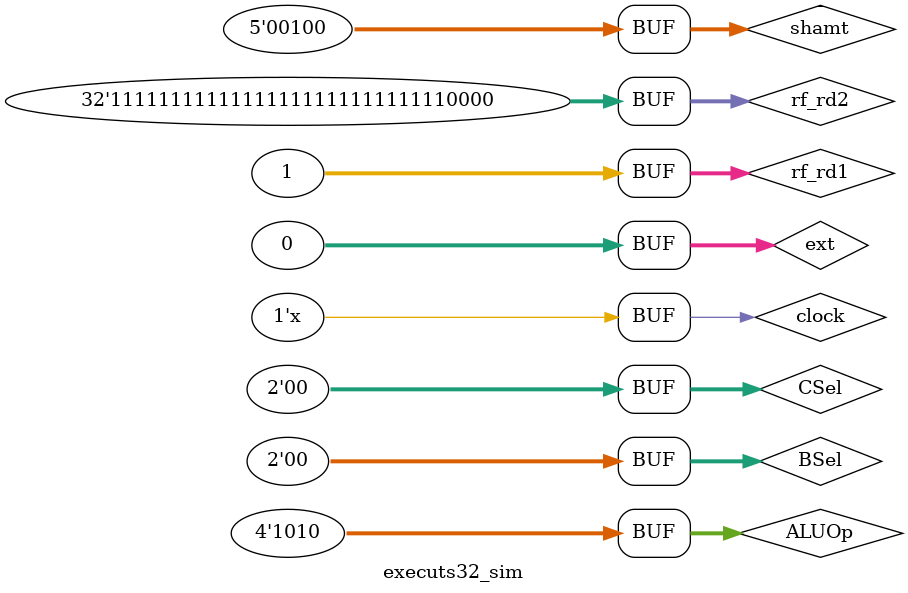
<source format=v>
`timescale 1ns / 1ps

module executs32_sim();
    
    reg clock = 1'b0;
    always #10 clock =~ clock;
    
    
    reg [31:0] rf_rd1 = 32'd0;
    reg [31:0] rf_rd2 = 32'd0;
    reg [31:0] ext = 32'd0;
    reg [4:0] shamt = 5'd0;
    reg [3:0] ALUOp = 4'd0;
    reg [1:0] BSel = 2'd0;
    reg [1:0] CSel = 2'd0;
    wire [31:0] ALU_out;
    wire less,equal,more;
    executs32 u_executs32(.clk(clock),.rf_rd1(rf_rd1),.rf_rd2(rf_rd2),.ext(ext),.shamt(shamt),.ALUOp(ALUOp),.BSel(BSel),.CSel(CSel),.ALUOut(ALU_out),.less(less),.equal(equal),.more(more));

    
    initial begin
        #10 begin BSel = 2'b00; CSel = 2'b00;end    //ÏÈ³õÊ¼»¯£¬ÈÃALUµÄAÊÇRD1, BÊÇRD2, CÊÇshamt, ºóÐøÖ»ÐèÒª²Ù¿ØÕâÈý¸ö¼Ä´æÆ÷¼´¿É, ²»ÓÃÈ¥¹Üext
        #90 begin   //ÏÈ½øÐÐ¼Ó
                rf_rd1 = 32'h10;
                rf_rd2 = 32'h20;
                ALUOp = 4'b0000; 
            end
        #100 begin  //ÔÙ½øÐÐ»òÔËËã
                rf_rd1 = 32'h10;
                rf_rd2 = 32'h23;
                ALUOp = 4'b0011; 
            end
        #100 begin  //ÔÙ½øÐÐÒì»òÔËËã
                rf_rd1 = 32'hf0;
                rf_rd2 = 32'h0f;
                ALUOp = 4'b0100; 
            end
        #100 begin  //ÔÙ½øÐÐSLTÔËËã
                rf_rd1 = 32'h1;
                rf_rd2 = 32'h2;
                ALUOp = 4'b0110; 
            end
        #100 begin  //ÔÙ½øÐÐËãÊõÓÒÒÆÔËËã
                rf_rd2 = 32'hfffffff0;
                shamt = 5'h4;
                ALUOp = 4'b1010; 
            end
    end

endmodule
</source>
